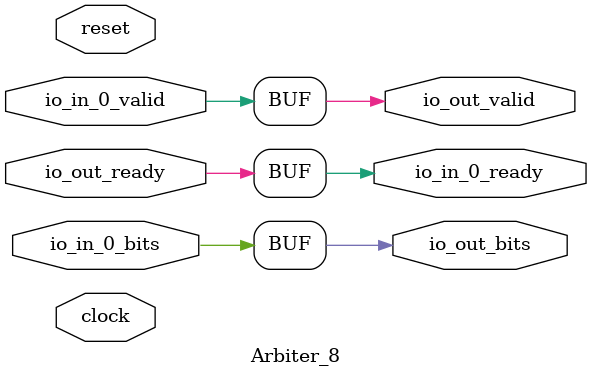
<source format=v>
module Arbiter_8(
  input   clock,
  input   reset,
  output  io_in_0_ready,
  input   io_in_0_valid,
  input   io_in_0_bits,
  input   io_out_ready,
  output  io_out_valid,
  output  io_out_bits
);
  assign io_in_0_ready = io_out_ready; // @[Arbiter.scala 134:19]
  assign io_out_valid = io_in_0_valid; // @[Arbiter.scala 135:31]
  assign io_out_bits = io_in_0_bits; // @[Arbiter.scala 124:15]
endmodule

</source>
